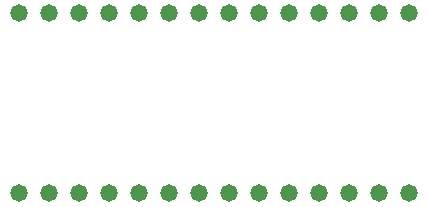
<source format=gtp>
G04 #@! TF.GenerationSoftware,KiCad,Pcbnew,(5.1.4)-1*
G04 #@! TF.CreationDate,2019-12-01T17:39:01+00:00*
G04 #@! TF.ProjectId,kb,6b622e6b-6963-4616-945f-706362585858,rev?*
G04 #@! TF.SameCoordinates,Original*
G04 #@! TF.FileFunction,Paste,Top*
G04 #@! TF.FilePolarity,Positive*
%FSLAX46Y46*%
G04 Gerber Fmt 4.6, Leading zero omitted, Abs format (unit mm)*
G04 Created by KiCad (PCBNEW (5.1.4)-1) date 2019-12-01 17:39:01*
%MOMM*%
%LPD*%
G04 APERTURE LIST*
%ADD10C,1.473200*%
G04 APERTURE END LIST*
D10*
X314678000Y36068000D03*
X314678000Y51308000D03*
X312138000Y36068000D03*
X307058000Y36068000D03*
X304518000Y36068000D03*
X301978000Y36068000D03*
X299438000Y36068000D03*
X296898000Y36068000D03*
X294358000Y36068000D03*
X291818000Y36068000D03*
X289278000Y36068000D03*
X286738000Y36068000D03*
X284198000Y36068000D03*
X281658000Y36068000D03*
X281658000Y51308000D03*
X284198000Y51308000D03*
X286738000Y51308000D03*
X289278000Y51308000D03*
X291818000Y51308000D03*
X294358000Y51308000D03*
X296898000Y51308000D03*
X299438000Y51308000D03*
X301978000Y51308000D03*
X309598000Y36068000D03*
X304518000Y51308000D03*
X307058000Y51308000D03*
X309598000Y51308000D03*
X312138000Y51308000D03*
M02*

</source>
